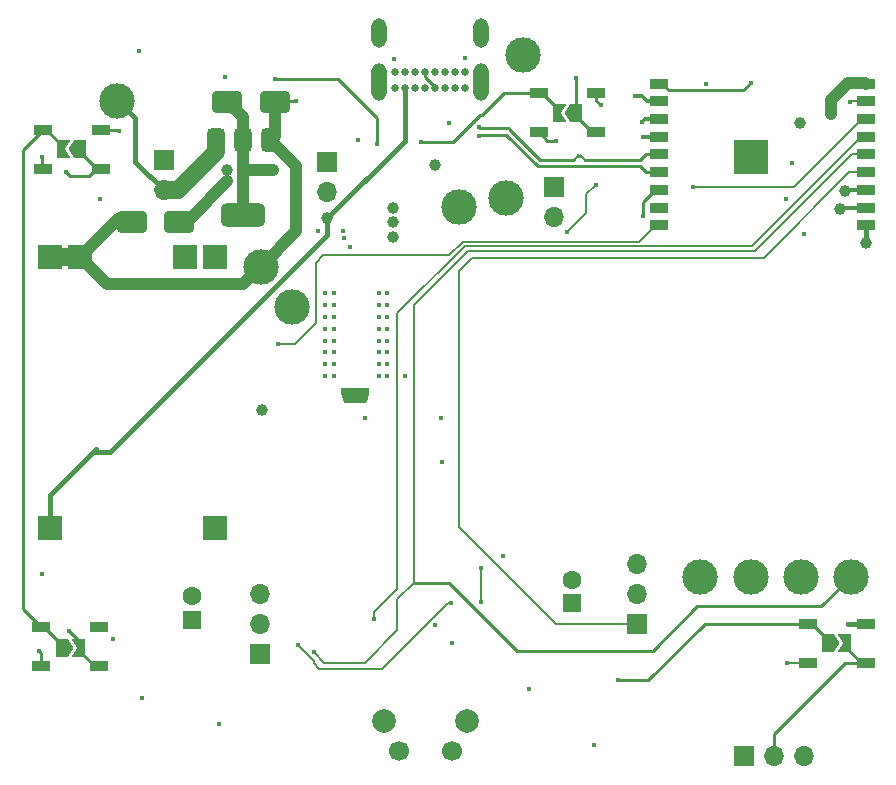
<source format=gbl>
%TF.GenerationSoftware,KiCad,Pcbnew,9.0.0*%
%TF.CreationDate,2025-03-29T02:07:02-04:00*%
%TF.ProjectId,SHERPENT20250113,53484552-5045-44e5-9432-303235303131,rev?*%
%TF.SameCoordinates,Original*%
%TF.FileFunction,Copper,L4,Bot*%
%TF.FilePolarity,Positive*%
%FSLAX46Y46*%
G04 Gerber Fmt 4.6, Leading zero omitted, Abs format (unit mm)*
G04 Created by KiCad (PCBNEW 9.0.0) date 2025-03-29 02:07:02*
%MOMM*%
%LPD*%
G01*
G04 APERTURE LIST*
G04 Aperture macros list*
%AMRoundRect*
0 Rectangle with rounded corners*
0 $1 Rounding radius*
0 $2 $3 $4 $5 $6 $7 $8 $9 X,Y pos of 4 corners*
0 Add a 4 corners polygon primitive as box body*
4,1,4,$2,$3,$4,$5,$6,$7,$8,$9,$2,$3,0*
0 Add four circle primitives for the rounded corners*
1,1,$1+$1,$2,$3*
1,1,$1+$1,$4,$5*
1,1,$1+$1,$6,$7*
1,1,$1+$1,$8,$9*
0 Add four rect primitives between the rounded corners*
20,1,$1+$1,$2,$3,$4,$5,0*
20,1,$1+$1,$4,$5,$6,$7,0*
20,1,$1+$1,$6,$7,$8,$9,0*
20,1,$1+$1,$8,$9,$2,$3,0*%
%AMFreePoly0*
4,1,6,1.000000,0.000000,0.500000,-0.750000,-0.500000,-0.750000,-0.500000,0.750000,0.500000,0.750000,1.000000,0.000000,1.000000,0.000000,$1*%
%AMFreePoly1*
4,1,6,0.500000,-0.750000,-0.650000,-0.750000,-0.150000,0.000000,-0.650000,0.750000,0.500000,0.750000,0.500000,-0.750000,0.500000,-0.750000,$1*%
G04 Aperture macros list end*
%TA.AperFunction,ComponentPad*%
%ADD10C,3.000000*%
%TD*%
%TA.AperFunction,SMDPad,CuDef*%
%ADD11RoundRect,0.250000X-1.000000X-0.650000X1.000000X-0.650000X1.000000X0.650000X-1.000000X0.650000X0*%
%TD*%
%TA.AperFunction,SMDPad,CuDef*%
%ADD12RoundRect,0.250000X1.000000X0.650000X-1.000000X0.650000X-1.000000X-0.650000X1.000000X-0.650000X0*%
%TD*%
%TA.AperFunction,ComponentPad*%
%ADD13R,1.700000X1.700000*%
%TD*%
%TA.AperFunction,ComponentPad*%
%ADD14O,1.700000X1.700000*%
%TD*%
%TA.AperFunction,ComponentPad*%
%ADD15R,1.600000X1.600000*%
%TD*%
%TA.AperFunction,ComponentPad*%
%ADD16C,1.600000*%
%TD*%
%TA.AperFunction,ComponentPad*%
%ADD17C,0.648000*%
%TD*%
%TA.AperFunction,ComponentPad*%
%ADD18O,1.300000X2.500000*%
%TD*%
%TA.AperFunction,ComponentPad*%
%ADD19O,1.300000X3.200000*%
%TD*%
%TA.AperFunction,ComponentPad*%
%ADD20R,2.000000X2.000000*%
%TD*%
%TA.AperFunction,ComponentPad*%
%ADD21C,1.700000*%
%TD*%
%TA.AperFunction,ComponentPad*%
%ADD22C,2.000000*%
%TD*%
%TA.AperFunction,SMDPad,CuDef*%
%ADD23FreePoly0,180.000000*%
%TD*%
%TA.AperFunction,SMDPad,CuDef*%
%ADD24FreePoly1,180.000000*%
%TD*%
%TA.AperFunction,SMDPad,CuDef*%
%ADD25RoundRect,0.090000X-0.660000X-0.360000X0.660000X-0.360000X0.660000X0.360000X-0.660000X0.360000X0*%
%TD*%
%TA.AperFunction,SMDPad,CuDef*%
%ADD26RoundRect,0.375000X-0.375000X0.625000X-0.375000X-0.625000X0.375000X-0.625000X0.375000X0.625000X0*%
%TD*%
%TA.AperFunction,SMDPad,CuDef*%
%ADD27RoundRect,0.500000X-1.400000X0.500000X-1.400000X-0.500000X1.400000X-0.500000X1.400000X0.500000X0*%
%TD*%
%TA.AperFunction,SMDPad,CuDef*%
%ADD28RoundRect,0.090000X0.660000X0.360000X-0.660000X0.360000X-0.660000X-0.360000X0.660000X-0.360000X0*%
%TD*%
%TA.AperFunction,SMDPad,CuDef*%
%ADD29R,1.500000X0.900000*%
%TD*%
%TA.AperFunction,HeatsinkPad*%
%ADD30C,0.600000*%
%TD*%
%TA.AperFunction,HeatsinkPad*%
%ADD31R,2.900000X2.900000*%
%TD*%
%TA.AperFunction,SMDPad,CuDef*%
%ADD32FreePoly0,0.000000*%
%TD*%
%TA.AperFunction,SMDPad,CuDef*%
%ADD33FreePoly1,0.000000*%
%TD*%
%TA.AperFunction,ViaPad*%
%ADD34C,0.450000*%
%TD*%
%TA.AperFunction,ViaPad*%
%ADD35C,1.000000*%
%TD*%
%TA.AperFunction,Conductor*%
%ADD36C,0.280000*%
%TD*%
%TA.AperFunction,Conductor*%
%ADD37C,0.150000*%
%TD*%
%TA.AperFunction,Conductor*%
%ADD38C,1.500000*%
%TD*%
%TA.AperFunction,Conductor*%
%ADD39C,1.000000*%
%TD*%
%TA.AperFunction,Conductor*%
%ADD40C,0.450000*%
%TD*%
%TA.AperFunction,Conductor*%
%ADD41C,0.300000*%
%TD*%
G04 APERTURE END LIST*
D10*
X141900000Y-77700000D03*
X154009327Y-91736442D03*
D11*
X143100000Y-88000000D03*
X147100000Y-88000000D03*
D12*
X155200000Y-77800000D03*
X151200000Y-77800000D03*
D10*
X195500000Y-118000000D03*
D13*
X194920000Y-133200000D03*
D14*
X197460000Y-133200000D03*
X200000000Y-133200000D03*
D10*
X156700000Y-95200000D03*
X191250000Y-118000000D03*
X170800000Y-86700000D03*
D15*
X180400000Y-120255113D03*
D16*
X180400000Y-118255113D03*
D10*
X174800000Y-85900000D03*
D13*
X178900000Y-85025000D03*
D14*
X178900000Y-87565000D03*
D10*
X204000000Y-118000000D03*
D13*
X154000000Y-124540000D03*
D14*
X154000000Y-122000000D03*
X154000000Y-119460000D03*
D13*
X159600000Y-82925000D03*
D14*
X159600000Y-85465000D03*
D10*
X199750000Y-118010255D03*
D17*
X171304800Y-76649200D03*
X170454800Y-76649200D03*
X169604800Y-76649200D03*
X168754800Y-76649200D03*
X167904800Y-76649200D03*
X167054800Y-76649200D03*
X166204800Y-76649200D03*
X165354800Y-76649200D03*
X165354800Y-75299200D03*
X166204800Y-75299200D03*
X167054800Y-75299200D03*
X167904800Y-75299200D03*
X168754800Y-75299200D03*
X169604800Y-75299200D03*
X170454800Y-75299200D03*
X171304800Y-75299200D03*
D18*
X172649800Y-71999200D03*
X164009800Y-71999200D03*
D19*
X172649800Y-76149200D03*
X164009800Y-76149200D03*
D15*
X148200000Y-121655113D03*
D16*
X148200000Y-119655113D03*
D13*
X185860600Y-121979487D03*
D14*
X185860600Y-119439487D03*
X185860600Y-116899487D03*
D13*
X145800000Y-82725000D03*
D14*
X145800000Y-85265000D03*
D20*
X136187500Y-113912500D03*
X150187500Y-113912500D03*
X136187500Y-90912500D03*
X150187500Y-90912500D03*
X138727500Y-90912500D03*
X147647500Y-90912500D03*
D10*
X176200000Y-73800000D03*
D21*
X165750000Y-132750000D03*
X170250000Y-132750000D03*
D22*
X164500000Y-130250000D03*
X171500000Y-130250000D03*
D23*
X180725000Y-78700000D03*
D24*
X179275000Y-78700000D03*
D25*
X177550000Y-80350000D03*
X177550000Y-77050000D03*
X182450000Y-77050000D03*
X182450000Y-80350000D03*
D26*
X150200000Y-81050000D03*
X152500000Y-81050000D03*
X154800000Y-81050000D03*
D27*
X152500000Y-87350000D03*
D23*
X138750000Y-81800000D03*
D24*
X137300000Y-81800000D03*
D28*
X205242400Y-121975000D03*
X205242400Y-125275000D03*
X200342400Y-125275000D03*
X200342400Y-121975000D03*
X140340000Y-122265000D03*
X140340000Y-125565000D03*
X135440000Y-125565000D03*
X135440000Y-122265000D03*
D29*
X205250000Y-76250000D03*
X205250000Y-77750000D03*
X205250000Y-79250000D03*
X205250000Y-80750000D03*
X205250000Y-82250000D03*
X205250000Y-83750000D03*
X205250000Y-85250000D03*
X205250000Y-86750000D03*
X205250000Y-88250000D03*
X187750000Y-88250000D03*
X187750000Y-86750000D03*
X187750000Y-85250000D03*
X187750000Y-83750000D03*
X187750000Y-82250000D03*
X187750000Y-80750000D03*
X187750000Y-79250000D03*
X187750000Y-77750000D03*
X187750000Y-76250000D03*
D30*
X196640000Y-83000000D03*
X196640000Y-81900000D03*
X196090000Y-83550000D03*
X196090000Y-82450000D03*
X196090000Y-81350000D03*
X195540000Y-83000000D03*
D31*
X195540000Y-82450000D03*
D30*
X195540000Y-81900000D03*
X194990000Y-83550000D03*
X194990000Y-82450000D03*
X194990000Y-81350000D03*
X194440000Y-83000000D03*
X194440000Y-81900000D03*
D32*
X137200000Y-124000000D03*
D33*
X138650000Y-124000000D03*
D25*
X135600000Y-83500000D03*
X135600000Y-80200000D03*
X140500000Y-80200000D03*
X140500000Y-83500000D03*
D32*
X202067400Y-123625000D03*
D33*
X203517400Y-123625000D03*
D34*
X162300000Y-81000000D03*
X157000000Y-77750000D03*
X158900000Y-88700000D03*
X172700000Y-117300000D03*
X172700000Y-120100000D03*
X163600000Y-121600000D03*
D35*
X155100000Y-83600000D03*
X151200000Y-84500000D03*
X151200000Y-83600000D03*
D34*
X164700000Y-101000000D03*
X170200000Y-123600000D03*
X199000000Y-83000000D03*
X182800000Y-78100000D03*
X168762500Y-122062500D03*
X164000000Y-97000000D03*
X198600000Y-125300000D03*
X169400000Y-108300000D03*
X142000000Y-80250000D03*
X164000000Y-94000000D03*
X151000000Y-75700000D03*
X200000000Y-89000000D03*
D35*
X168800000Y-83100000D03*
D34*
X164000000Y-98000000D03*
X164700000Y-97000000D03*
X140400000Y-86000000D03*
X164700000Y-95000000D03*
X164000000Y-99000000D03*
X161100000Y-89300000D03*
X161000000Y-88700000D03*
X164700000Y-98000000D03*
X164000000Y-95000000D03*
X164000000Y-100000000D03*
X135500000Y-117750000D03*
X171300000Y-74100000D03*
X164700000Y-94000000D03*
X164000000Y-96000000D03*
X164700000Y-100000000D03*
X135250000Y-124250000D03*
X164000000Y-101000000D03*
X165300000Y-74200000D03*
X164700000Y-99000000D03*
X164700000Y-96000000D03*
D35*
X205250000Y-89750000D03*
D34*
X170000000Y-79600000D03*
D35*
X154100000Y-103900000D03*
X199700000Y-79550000D03*
D34*
X176750000Y-127500000D03*
X144000000Y-128250000D03*
X170100000Y-120200000D03*
X157200000Y-123800000D03*
X160200000Y-100000000D03*
X159500000Y-100000000D03*
X160200000Y-101000000D03*
X159500000Y-101000000D03*
X160200000Y-97000000D03*
X160200000Y-95000000D03*
X159500000Y-98000000D03*
X159500000Y-96000000D03*
X159500000Y-99000000D03*
X159500000Y-97000000D03*
X159500000Y-95000000D03*
X160200000Y-94000000D03*
X159500000Y-94000000D03*
X166250000Y-101000000D03*
X160200000Y-99000000D03*
X160200000Y-98000000D03*
X160200000Y-96000000D03*
D35*
X165200000Y-89200000D03*
D34*
X191750000Y-76250000D03*
X135500000Y-82500000D03*
X182250000Y-132250000D03*
X150500000Y-130500000D03*
D35*
X202312498Y-78800000D03*
X165200000Y-88000000D03*
X165200000Y-86800000D03*
D34*
X143750000Y-73500000D03*
X141500000Y-123250000D03*
X198500000Y-86000000D03*
X203750000Y-122000000D03*
X179000000Y-81100000D03*
X174500000Y-116250000D03*
X161550000Y-90050000D03*
D35*
X159650000Y-87650000D03*
D34*
X172500000Y-79950000D03*
X172500000Y-80650000D03*
X158503554Y-124396446D03*
X203900000Y-77800000D03*
D35*
X203100000Y-86900000D03*
D34*
X155500000Y-98300000D03*
X162718762Y-102374760D03*
X162014233Y-102413291D03*
X161381070Y-102362140D03*
D35*
X203500000Y-85300000D03*
D34*
X186300000Y-79500000D03*
X185725000Y-77300000D03*
X195500000Y-76200000D03*
X186400000Y-80800000D03*
X182400000Y-84800000D03*
X180000000Y-88800000D03*
X186400000Y-87500000D03*
X180700000Y-75800000D03*
X137800000Y-122600000D03*
X163900000Y-81400000D03*
X155250000Y-75900000D03*
X167600000Y-81200000D03*
X137500000Y-83700000D03*
X184250000Y-126750000D03*
X162894307Y-104547153D03*
X169262500Y-104600000D03*
X190625000Y-85000000D03*
D36*
X157000000Y-77750000D02*
X155250000Y-77750000D01*
X155250000Y-77750000D02*
X155200000Y-77800000D01*
D37*
X172700000Y-120100000D02*
X172700000Y-117300000D01*
X205250000Y-80750000D02*
X204848000Y-80750000D01*
X204848000Y-80750000D02*
X195598000Y-90000000D01*
X195598000Y-90000000D02*
X171300000Y-90000000D01*
X171300000Y-90000000D02*
X165600000Y-95700000D01*
X165600000Y-119000000D02*
X163600000Y-121000000D01*
X165600000Y-95700000D02*
X165600000Y-119000000D01*
X163600000Y-121000000D02*
X163600000Y-121600000D01*
X159407108Y-125300000D02*
X158503554Y-124396446D01*
D36*
X167000000Y-118500000D02*
X170000000Y-118500000D01*
D37*
X162814588Y-125300000D02*
X159407108Y-125300000D01*
X165577000Y-122537588D02*
X162814588Y-125300000D01*
X167000000Y-118500000D02*
X165577000Y-119923000D01*
X165577000Y-119923000D02*
X165577000Y-122537588D01*
X204050000Y-82250000D02*
X205250000Y-82250000D01*
X195900000Y-90400000D02*
X204050000Y-82250000D01*
X171608520Y-90400000D02*
X195900000Y-90400000D01*
D36*
X187250000Y-124250000D02*
X191000000Y-120500000D01*
D37*
X167000000Y-118500000D02*
X167000000Y-95008520D01*
D36*
X201500000Y-120500000D02*
X204000000Y-118000000D01*
D37*
X167000000Y-95008520D02*
X171608520Y-90400000D01*
D36*
X170000000Y-118500000D02*
X175750000Y-124250000D01*
X175750000Y-124250000D02*
X187250000Y-124250000D01*
X191000000Y-120500000D02*
X201500000Y-120500000D01*
D37*
X158992479Y-125801000D02*
X164315479Y-125801000D01*
X157200000Y-123800000D02*
X158500000Y-125100000D01*
X158500000Y-125100000D02*
X158500000Y-125308521D01*
X164315479Y-125801000D02*
X169916479Y-120200000D01*
X158500000Y-125308521D02*
X158992479Y-125801000D01*
X169916479Y-120200000D02*
X170100000Y-120200000D01*
D38*
X136187500Y-90912500D02*
X138727500Y-90912500D01*
D39*
X152500000Y-81050000D02*
X152500000Y-83500000D01*
X155100000Y-83600000D02*
X152600000Y-83600000D01*
X152600000Y-83600000D02*
X152500000Y-83500000D01*
X154800000Y-81050000D02*
X157000000Y-83250000D01*
X157000000Y-83250000D02*
X157000000Y-88745769D01*
X157000000Y-88745769D02*
X154009327Y-91736442D01*
D40*
X159650000Y-87650000D02*
X159650000Y-89050000D01*
X159650000Y-89050000D02*
X141300000Y-107400000D01*
X141300000Y-107400000D02*
X139900000Y-107400000D01*
D39*
X154009327Y-91736442D02*
X152509327Y-93236442D01*
X152509327Y-93236442D02*
X141051442Y-93236442D01*
X141051442Y-93236442D02*
X138727500Y-90912500D01*
X143100000Y-87700000D02*
X141940000Y-87700000D01*
X141940000Y-87700000D02*
X138727500Y-90912500D01*
X147100000Y-87700000D02*
X148000000Y-87700000D01*
X148000000Y-87700000D02*
X151200000Y-84500000D01*
X155200000Y-77800000D02*
X155200000Y-80650000D01*
X155200000Y-80650000D02*
X154800000Y-81050000D01*
X151200000Y-77800000D02*
X152500000Y-79100000D01*
X152500000Y-79100000D02*
X152500000Y-81050000D01*
X152500000Y-83500000D02*
X152500000Y-87350000D01*
D40*
X141900000Y-77700000D02*
X143400000Y-79200000D01*
X143400000Y-79200000D02*
X143400000Y-82865000D01*
X143400000Y-82865000D02*
X145800000Y-85265000D01*
D37*
X187750000Y-88250000D02*
X187600000Y-88400000D01*
X156900000Y-98300000D02*
X155500000Y-98300000D01*
X187600000Y-88400000D02*
X187300000Y-88400000D01*
X159300000Y-90800000D02*
X158700000Y-91400000D01*
X187300000Y-88400000D02*
X186051000Y-89649000D01*
X186051000Y-89649000D02*
X171151000Y-89649000D01*
X171151000Y-89649000D02*
X170000000Y-90800000D01*
X170000000Y-90800000D02*
X159300000Y-90800000D01*
X158700000Y-91400000D02*
X158700000Y-96500000D01*
X158700000Y-96500000D02*
X156900000Y-98300000D01*
X200342400Y-125275000D02*
X198625000Y-125275000D01*
D36*
X182450000Y-77750000D02*
X182800000Y-78100000D01*
X135440000Y-125565000D02*
X135440000Y-124440000D01*
X141950000Y-80200000D02*
X142000000Y-80250000D01*
X135440000Y-124440000D02*
X135250000Y-124250000D01*
X182450000Y-77050000D02*
X182450000Y-77750000D01*
X140500000Y-80200000D02*
X141950000Y-80200000D01*
D37*
X198625000Y-125275000D02*
X198600000Y-125300000D01*
D40*
X205250000Y-88250000D02*
X205250000Y-89750000D01*
D36*
X179000000Y-81100000D02*
X178300000Y-81100000D01*
X135500000Y-83400000D02*
X135600000Y-83500000D01*
D39*
X202312498Y-77650002D02*
X203762500Y-76200000D01*
X205200000Y-76200000D02*
X205250000Y-76250000D01*
D40*
X205217400Y-122000000D02*
X205242400Y-121975000D01*
D36*
X135500000Y-82500000D02*
X135500000Y-83400000D01*
D39*
X202312498Y-78800000D02*
X202312498Y-77650002D01*
X203762500Y-76200000D02*
X205200000Y-76200000D01*
D36*
X178300000Y-81100000D02*
X177550000Y-80350000D01*
D40*
X203750000Y-122000000D02*
X205217400Y-122000000D01*
X166204800Y-81095200D02*
X159650000Y-87650000D01*
X140100000Y-107200000D02*
X136187500Y-111112500D01*
X136187500Y-111112500D02*
X136187500Y-113912500D01*
X166204800Y-76649200D02*
X166204800Y-81095200D01*
D36*
X181115412Y-82350412D02*
X180900000Y-82350412D01*
X167904800Y-75708747D02*
X168754800Y-76558747D01*
X180515412Y-82735000D02*
X180300000Y-82735000D01*
X187750000Y-82250000D02*
X186624999Y-82250000D01*
X177709768Y-82735000D02*
X175047461Y-80072693D01*
X186624999Y-82250000D02*
X186139999Y-82735000D01*
X186139999Y-82735000D02*
X181500000Y-82735000D01*
X175009768Y-80035000D02*
X172585000Y-80035000D01*
X167904800Y-75299200D02*
X167904800Y-75708747D01*
X180300000Y-82735000D02*
X177709768Y-82735000D01*
X168754800Y-76558747D02*
X168754800Y-76649200D01*
X172585000Y-80035000D02*
X172500000Y-79950000D01*
X175047461Y-80072693D02*
X175009768Y-80035000D01*
X181307706Y-82542706D02*
G75*
G03*
X181115412Y-82350394I-192306J6D01*
G01*
X181500000Y-82735000D02*
G75*
G02*
X181307700Y-82542706I0J192300D01*
G01*
X180900000Y-82350412D02*
G75*
G03*
X180707712Y-82542706I0J-192288D01*
G01*
X180707706Y-82542706D02*
G75*
G02*
X180515412Y-82735006I-192306J6D01*
G01*
X177490232Y-83265000D02*
X186139999Y-83265000D01*
X174790232Y-80565000D02*
X177490232Y-83265000D01*
X186624999Y-83750000D02*
X187750000Y-83750000D01*
X172500000Y-80650000D02*
X172585000Y-80565000D01*
X186139999Y-83265000D02*
X186624999Y-83750000D01*
X172585000Y-80565000D02*
X174790232Y-80565000D01*
D37*
X203950000Y-77750000D02*
X203900000Y-77800000D01*
X205250000Y-77750000D02*
X203950000Y-77750000D01*
X171900000Y-91000000D02*
X170800000Y-92100000D01*
X203846504Y-83750000D02*
X196596504Y-91000000D01*
X179008434Y-121979487D02*
X185860600Y-121979487D01*
X170800000Y-113771053D02*
X179008434Y-121979487D01*
X205250000Y-83750000D02*
X203846504Y-83750000D01*
X196596504Y-91000000D02*
X171900000Y-91000000D01*
X170800000Y-92100000D02*
X170800000Y-113771053D01*
D41*
X203100000Y-86900000D02*
X203250000Y-86750000D01*
X203250000Y-86750000D02*
X205250000Y-86750000D01*
D37*
X155500000Y-98300000D02*
X155500000Y-98400000D01*
X203500000Y-85300000D02*
X203550000Y-85250000D01*
D41*
X203550000Y-85250000D02*
X205250000Y-85250000D01*
X186550000Y-79250000D02*
X186300000Y-79500000D01*
X187750000Y-79250000D02*
X186550000Y-79250000D01*
X185725000Y-77300000D02*
X186300000Y-77300000D01*
X186300000Y-77300000D02*
X186750000Y-77750000D01*
X186750000Y-77750000D02*
X187750000Y-77750000D01*
D36*
X188600000Y-76816000D02*
X188034000Y-76250000D01*
X188034000Y-76250000D02*
X187750000Y-76250000D01*
X194884000Y-76816000D02*
X188600000Y-76816000D01*
X195500000Y-76200000D02*
X194884000Y-76816000D01*
D37*
X181600000Y-85600000D02*
X182400000Y-84800000D01*
X180000000Y-88800000D02*
X181600000Y-87200000D01*
D41*
X186400000Y-80800000D02*
X187700000Y-80800000D01*
D37*
X181600000Y-87200000D02*
X181600000Y-85600000D01*
D41*
X187700000Y-80800000D02*
X187750000Y-80750000D01*
D36*
X186400000Y-86300000D02*
X187450000Y-85250000D01*
X186400000Y-87500000D02*
X186400000Y-86300000D01*
X187450000Y-85250000D02*
X187750000Y-85250000D01*
X180700000Y-75800000D02*
X180700000Y-78675000D01*
X180725000Y-79025000D02*
X182050000Y-80350000D01*
X182050000Y-80350000D02*
X182450000Y-80350000D01*
X180725000Y-78700000D02*
X180725000Y-79025000D01*
X180700000Y-78675000D02*
X180725000Y-78700000D01*
X139965000Y-125565000D02*
X140340000Y-125565000D01*
X138650000Y-124000000D02*
X138650000Y-124250000D01*
X138650000Y-123450000D02*
X138650000Y-124000000D01*
X137800000Y-122600000D02*
X138650000Y-123450000D01*
X138650000Y-124250000D02*
X139965000Y-125565000D01*
X179275000Y-78700000D02*
X179275000Y-78475000D01*
X177850000Y-77050000D02*
X177550000Y-77050000D01*
X174650000Y-77050000D02*
X177550000Y-77050000D01*
X160600000Y-75900000D02*
X163900000Y-79200000D01*
X172600000Y-78900000D02*
X172800000Y-78900000D01*
X172800000Y-78900000D02*
X174650000Y-77050000D01*
X155250000Y-75900000D02*
X160600000Y-75900000D01*
X167600000Y-81200000D02*
X170300000Y-81200000D01*
X170300000Y-81200000D02*
X172600000Y-78900000D01*
X179275000Y-78475000D02*
X177850000Y-77050000D01*
X163900000Y-79200000D02*
X163900000Y-81400000D01*
X138750000Y-82050000D02*
X140200000Y-83500000D01*
X138750000Y-81800000D02*
X138750000Y-82050000D01*
X139500000Y-84100000D02*
X137900000Y-84100000D01*
X140500000Y-83500000D02*
X140100000Y-83500000D01*
X137900000Y-84100000D02*
X137500000Y-83700000D01*
X140100000Y-83500000D02*
X139500000Y-84100000D01*
X140200000Y-83500000D02*
X140500000Y-83500000D01*
X133900000Y-81900000D02*
X135600000Y-80200000D01*
X137300000Y-81600000D02*
X137300000Y-81800000D01*
X137200000Y-123762500D02*
X135702500Y-122265000D01*
X135900000Y-80200000D02*
X137300000Y-81600000D01*
X135702500Y-122265000D02*
X135440000Y-122265000D01*
X133900000Y-120725000D02*
X133900000Y-81900000D01*
X135600000Y-80200000D02*
X135900000Y-80200000D01*
X137200000Y-124000000D02*
X137200000Y-123762500D01*
X135440000Y-122265000D02*
X133900000Y-120725000D01*
X205300000Y-125300000D02*
X205275000Y-125275000D01*
X204900000Y-125300000D02*
X205300000Y-125300000D01*
X205275000Y-125275000D02*
X205242400Y-125275000D01*
X203517400Y-123917400D02*
X204900000Y-125300000D01*
X203525000Y-125275000D02*
X197460000Y-131340000D01*
X205242400Y-125275000D02*
X203525000Y-125275000D01*
X203517400Y-123625000D02*
X203517400Y-123917400D01*
X197460000Y-131340000D02*
X197460000Y-133200000D01*
X202067400Y-123625000D02*
X202067400Y-123367400D01*
X184250000Y-126750000D02*
X186850000Y-126750000D01*
X186850000Y-126750000D02*
X191625000Y-121975000D01*
X191625000Y-121975000D02*
X200342400Y-121975000D01*
X200367400Y-122000000D02*
X200342400Y-121975000D01*
X202067400Y-123367400D02*
X200700000Y-122000000D01*
X200700000Y-122000000D02*
X200367400Y-122000000D01*
D38*
X147002081Y-85265000D02*
X150200000Y-82067081D01*
X145800000Y-85265000D02*
X147002081Y-85265000D01*
X150200000Y-82067081D02*
X150200000Y-81050000D01*
D37*
X190625000Y-85000000D02*
X199200000Y-85000000D01*
X199200000Y-85000000D02*
X204950000Y-79250000D01*
X205250000Y-79250000D02*
X204848000Y-79250000D01*
X204950000Y-79250000D02*
X205250000Y-79250000D01*
%TA.AperFunction,Conductor*%
G36*
X163218648Y-101995752D02*
G01*
X163233000Y-102030400D01*
X163233000Y-102506589D01*
X163230323Y-102522563D01*
X162990388Y-103218374D01*
X162965525Y-103246451D01*
X162944065Y-103251400D01*
X161134335Y-103251400D01*
X161099687Y-103237048D01*
X161088012Y-103218374D01*
X160848077Y-102522563D01*
X160845400Y-102506589D01*
X160845400Y-102030400D01*
X160859752Y-101995752D01*
X160894400Y-101981400D01*
X163184000Y-101981400D01*
X163218648Y-101995752D01*
G37*
%TD.AperFunction*%
M02*

</source>
